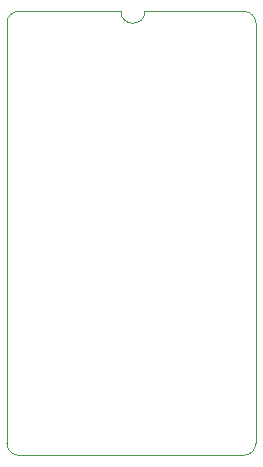
<source format=gm1>
G04 #@! TF.GenerationSoftware,KiCad,Pcbnew,5.1.9+dfsg1-1*
G04 #@! TF.CreationDate,2021-03-03T15:22:06-06:00*
G04 #@! TF.ProjectId,Nano SwinSIDb,4e616e6f-2053-4776-996e-534944622e6b,rev?*
G04 #@! TF.SameCoordinates,Original*
G04 #@! TF.FileFunction,Profile,NP*
%FSLAX46Y46*%
G04 Gerber Fmt 4.6, Leading zero omitted, Abs format (unit mm)*
G04 Created by KiCad (PCBNEW 5.1.9+dfsg1-1) date 2021-03-03 15:22:06*
%MOMM*%
%LPD*%
G01*
G04 APERTURE LIST*
G04 #@! TA.AperFunction,Profile*
%ADD10C,0.100000*%
G04 #@! TD*
G04 APERTURE END LIST*
D10*
X104140000Y-78994000D02*
X112522000Y-78994000D01*
X104140000Y-78994000D02*
G75*
G02*
X102108000Y-78994000I-1016000J0D01*
G01*
X112522000Y-116586000D02*
X93472000Y-116586000D01*
X113538000Y-115570000D02*
G75*
G02*
X112522000Y-116586000I-1016000J0D01*
G01*
X93472000Y-116586000D02*
G75*
G02*
X92456000Y-115570000I0J1016000D01*
G01*
X112522000Y-78994000D02*
G75*
G02*
X113538000Y-80010000I0J-1016000D01*
G01*
X92456000Y-80010000D02*
G75*
G02*
X93472000Y-78994000I1016000J0D01*
G01*
X113538000Y-80010000D02*
X113538000Y-115570000D01*
X93472000Y-78994000D02*
X102108000Y-78994000D01*
X92456000Y-115570000D02*
X92456000Y-80010000D01*
M02*

</source>
